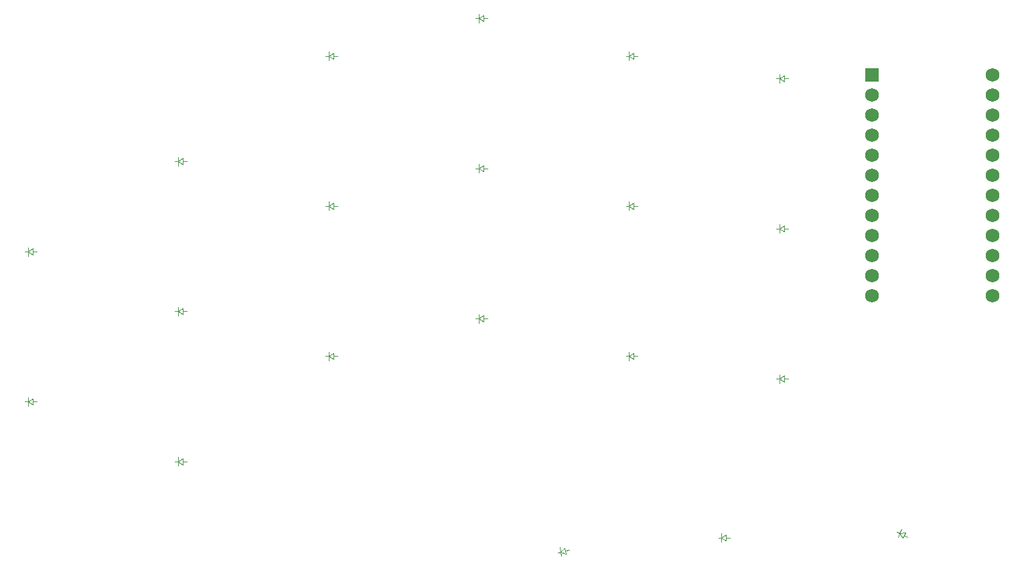
<source format=gbr>
%TF.GenerationSoftware,KiCad,Pcbnew,(7.0.0-0)*%
%TF.CreationDate,2023-06-05T18:59:05+10:00*%
%TF.ProjectId,trone,74726f6e-652e-46b6-9963-61645f706362,v1.0.0*%
%TF.SameCoordinates,Original*%
%TF.FileFunction,Legend,Bot*%
%TF.FilePolarity,Positive*%
%FSLAX46Y46*%
G04 Gerber Fmt 4.6, Leading zero omitted, Abs format (unit mm)*
G04 Created by KiCad (PCBNEW (7.0.0-0)) date 2023-06-05 18:59:05*
%MOMM*%
%LPD*%
G01*
G04 APERTURE LIST*
%ADD10C,0.100000*%
%ADD11R,1.752600X1.752600*%
%ADD12C,1.752600*%
G04 APERTURE END LIST*
D10*
%TO.C,D18*%
X216604635Y-175054275D02*
X216998558Y-174984816D01*
X216998558Y-174984816D02*
X216903052Y-174443172D01*
X216998558Y-174984816D02*
X217094065Y-175526460D01*
X216998558Y-174984816D02*
X217519984Y-174486704D01*
X217519984Y-174486704D02*
X217658902Y-175274550D01*
X217589443Y-174880627D02*
X218081847Y-174793803D01*
X217658902Y-175274550D02*
X216998558Y-174984816D01*
%TO.C,D15*%
X244250000Y-153092500D02*
X244650000Y-153092500D01*
X244650000Y-153092500D02*
X244650000Y-152542500D01*
X244650000Y-153092500D02*
X244650000Y-153642500D01*
X244650000Y-153092500D02*
X245250000Y-152692500D01*
X245250000Y-152692500D02*
X245250000Y-153492500D01*
X245250000Y-153092500D02*
X245750000Y-153092500D01*
X245250000Y-153492500D02*
X244650000Y-153092500D01*
%TO.C,D16*%
X244250000Y-134092500D02*
X244650000Y-134092500D01*
X244650000Y-134092500D02*
X244650000Y-133542500D01*
X244650000Y-134092500D02*
X244650000Y-134642500D01*
X244650000Y-134092500D02*
X245250000Y-133692500D01*
X245250000Y-133692500D02*
X245250000Y-134492500D01*
X245250000Y-134092500D02*
X245750000Y-134092500D01*
X245250000Y-134492500D02*
X244650000Y-134092500D01*
%TO.C,D4*%
X168250000Y-144570000D02*
X168650000Y-144570000D01*
X168650000Y-144570000D02*
X168650000Y-144020000D01*
X168650000Y-144570000D02*
X168650000Y-145120000D01*
X168650000Y-144570000D02*
X169250000Y-144170000D01*
X169250000Y-144170000D02*
X169250000Y-144970000D01*
X169250000Y-144570000D02*
X169750000Y-144570000D01*
X169250000Y-144970000D02*
X168650000Y-144570000D01*
%TO.C,D7*%
X187250000Y-131235000D02*
X187650000Y-131235000D01*
X187650000Y-131235000D02*
X187650000Y-130685000D01*
X187650000Y-131235000D02*
X187650000Y-131785000D01*
X187650000Y-131235000D02*
X188250000Y-130835000D01*
X188250000Y-130835000D02*
X188250000Y-131635000D01*
X188250000Y-131235000D02*
X188750000Y-131235000D01*
X188250000Y-131635000D02*
X187650000Y-131235000D01*
%TO.C,D5*%
X168250000Y-125570000D02*
X168650000Y-125570000D01*
X168650000Y-125570000D02*
X168650000Y-125020000D01*
X168650000Y-125570000D02*
X168650000Y-126120000D01*
X168650000Y-125570000D02*
X169250000Y-125170000D01*
X169250000Y-125170000D02*
X169250000Y-125970000D01*
X169250000Y-125570000D02*
X169750000Y-125570000D01*
X169250000Y-125970000D02*
X168650000Y-125570000D01*
%TO.C,D6*%
X187250000Y-150235000D02*
X187650000Y-150235000D01*
X187650000Y-150235000D02*
X187650000Y-149685000D01*
X187650000Y-150235000D02*
X187650000Y-150785000D01*
X187650000Y-150235000D02*
X188250000Y-149835000D01*
X188250000Y-149835000D02*
X188250000Y-150635000D01*
X188250000Y-150235000D02*
X188750000Y-150235000D01*
X188250000Y-150635000D02*
X187650000Y-150235000D01*
%TO.C,D8*%
X187250000Y-112235000D02*
X187650000Y-112235000D01*
X187650000Y-112235000D02*
X187650000Y-111685000D01*
X187650000Y-112235000D02*
X187650000Y-112785000D01*
X187650000Y-112235000D02*
X188250000Y-111835000D01*
X188250000Y-111835000D02*
X188250000Y-112635000D01*
X188250000Y-112235000D02*
X188750000Y-112235000D01*
X188250000Y-112635000D02*
X187650000Y-112235000D01*
%TO.C,D3*%
X168250000Y-163570000D02*
X168650000Y-163570000D01*
X168650000Y-163570000D02*
X168650000Y-163020000D01*
X168650000Y-163570000D02*
X168650000Y-164120000D01*
X168650000Y-163570000D02*
X169250000Y-163170000D01*
X169250000Y-163170000D02*
X169250000Y-163970000D01*
X169250000Y-163570000D02*
X169750000Y-163570000D01*
X169250000Y-163970000D02*
X168650000Y-163570000D01*
%TO.C,D20*%
X259489224Y-172483590D02*
X259851747Y-172652638D01*
X259851747Y-172652638D02*
X260084187Y-172154168D01*
X259851747Y-172652638D02*
X259619307Y-173151107D01*
X259851747Y-172652638D02*
X260564579Y-172543685D01*
X260564579Y-172543685D02*
X260226485Y-173268732D01*
X260395532Y-172906209D02*
X260848686Y-173117518D01*
X260226485Y-173268732D02*
X259851747Y-172652638D01*
%TO.C,D10*%
X206250000Y-126472500D02*
X206650000Y-126472500D01*
X206650000Y-126472500D02*
X206650000Y-125922500D01*
X206650000Y-126472500D02*
X206650000Y-127022500D01*
X206650000Y-126472500D02*
X207250000Y-126072500D01*
X207250000Y-126072500D02*
X207250000Y-126872500D01*
X207250000Y-126472500D02*
X207750000Y-126472500D01*
X207250000Y-126872500D02*
X206650000Y-126472500D01*
%TO.C,D11*%
X206250000Y-107472500D02*
X206650000Y-107472500D01*
X206650000Y-107472500D02*
X206650000Y-106922500D01*
X206650000Y-107472500D02*
X206650000Y-108022500D01*
X206650000Y-107472500D02*
X207250000Y-107072500D01*
X207250000Y-107072500D02*
X207250000Y-107872500D01*
X207250000Y-107472500D02*
X207750000Y-107472500D01*
X207250000Y-107872500D02*
X206650000Y-107472500D01*
%TO.C,D9*%
X206250000Y-145472500D02*
X206650000Y-145472500D01*
X206650000Y-145472500D02*
X206650000Y-144922500D01*
X206650000Y-145472500D02*
X206650000Y-146022500D01*
X206650000Y-145472500D02*
X207250000Y-145072500D01*
X207250000Y-145072500D02*
X207250000Y-145872500D01*
X207250000Y-145472500D02*
X207750000Y-145472500D01*
X207250000Y-145872500D02*
X206650000Y-145472500D01*
%TO.C,D17*%
X244250000Y-115092500D02*
X244650000Y-115092500D01*
X244650000Y-115092500D02*
X244650000Y-114542500D01*
X244650000Y-115092500D02*
X244650000Y-115642500D01*
X244650000Y-115092500D02*
X245250000Y-114692500D01*
X245250000Y-114692500D02*
X245250000Y-115492500D01*
X245250000Y-115092500D02*
X245750000Y-115092500D01*
X245250000Y-115492500D02*
X244650000Y-115092500D01*
%TO.C,D14*%
X225250000Y-112235000D02*
X225650000Y-112235000D01*
X225650000Y-112235000D02*
X225650000Y-111685000D01*
X225650000Y-112235000D02*
X225650000Y-112785000D01*
X225650000Y-112235000D02*
X226250000Y-111835000D01*
X226250000Y-111835000D02*
X226250000Y-112635000D01*
X226250000Y-112235000D02*
X226750000Y-112235000D01*
X226250000Y-112635000D02*
X225650000Y-112235000D01*
%TO.C,D19*%
X236936347Y-173200685D02*
X237336347Y-173200685D01*
X237336347Y-173200685D02*
X237336347Y-172650685D01*
X237336347Y-173200685D02*
X237336347Y-173750685D01*
X237336347Y-173200685D02*
X237936347Y-172800685D01*
X237936347Y-172800685D02*
X237936347Y-173600685D01*
X237936347Y-173200685D02*
X238436347Y-173200685D01*
X237936347Y-173600685D02*
X237336347Y-173200685D01*
%TO.C,D2*%
X149250000Y-137000000D02*
X149650000Y-137000000D01*
X149650000Y-137000000D02*
X149650000Y-136450000D01*
X149650000Y-137000000D02*
X149650000Y-137550000D01*
X149650000Y-137000000D02*
X150250000Y-136600000D01*
X150250000Y-136600000D02*
X150250000Y-137400000D01*
X150250000Y-137000000D02*
X150750000Y-137000000D01*
X150250000Y-137400000D02*
X149650000Y-137000000D01*
%TO.C,D12*%
X225250000Y-150235000D02*
X225650000Y-150235000D01*
X225650000Y-150235000D02*
X225650000Y-149685000D01*
X225650000Y-150235000D02*
X225650000Y-150785000D01*
X225650000Y-150235000D02*
X226250000Y-149835000D01*
X226250000Y-149835000D02*
X226250000Y-150635000D01*
X226250000Y-150235000D02*
X226750000Y-150235000D01*
X226250000Y-150635000D02*
X225650000Y-150235000D01*
%TO.C,D13*%
X225250000Y-131235000D02*
X225650000Y-131235000D01*
X225650000Y-131235000D02*
X225650000Y-130685000D01*
X225650000Y-131235000D02*
X225650000Y-131785000D01*
X225650000Y-131235000D02*
X226250000Y-130835000D01*
X226250000Y-130835000D02*
X226250000Y-131635000D01*
X226250000Y-131235000D02*
X226750000Y-131235000D01*
X226250000Y-131635000D02*
X225650000Y-131235000D01*
%TO.C,D1*%
X149250000Y-156000000D02*
X149650000Y-156000000D01*
X149650000Y-156000000D02*
X149650000Y-155450000D01*
X149650000Y-156000000D02*
X149650000Y-156550000D01*
X149650000Y-156000000D02*
X150250000Y-155600000D01*
X150250000Y-155600000D02*
X150250000Y-156400000D01*
X150250000Y-156000000D02*
X150750000Y-156000000D01*
X150250000Y-156400000D02*
X149650000Y-156000000D01*
%TD*%
D11*
%TO.C,MCU1*%
X256379999Y-114622499D03*
D12*
X256380000Y-117162500D03*
X256380000Y-119702500D03*
X256380000Y-122242500D03*
X256380000Y-124782500D03*
X256380000Y-127322500D03*
X256380000Y-129862500D03*
X256380000Y-132402500D03*
X256380000Y-134942500D03*
X256380000Y-137482500D03*
X256380000Y-140022500D03*
X256380000Y-142562500D03*
X271620000Y-114622500D03*
X271620000Y-117162500D03*
X271620000Y-119702500D03*
X271620000Y-122242500D03*
X271620000Y-124782500D03*
X271620000Y-127322500D03*
X271620000Y-129862500D03*
X271620000Y-132402500D03*
X271620000Y-134942500D03*
X271620000Y-137482500D03*
X271620000Y-140022500D03*
X271620000Y-142562500D03*
%TD*%
M02*

</source>
